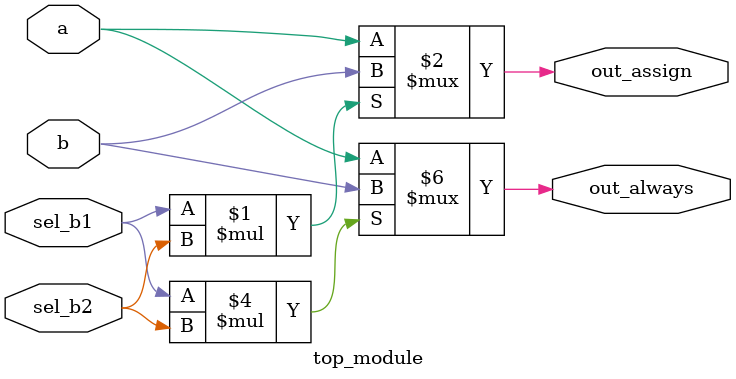
<source format=v>
module top_module(
    input a,
    input b,
    input sel_b1,
    input sel_b2,
    output wire out_assign,
    output reg out_always   ); 
    assign out_assign = (sel_b1*sel_b2)?b:a;
    always@(*)
        begin
            if(sel_b1*sel_b2)
                out_always = b;
            else
                out_always = a;
        end
endmodule

</source>
